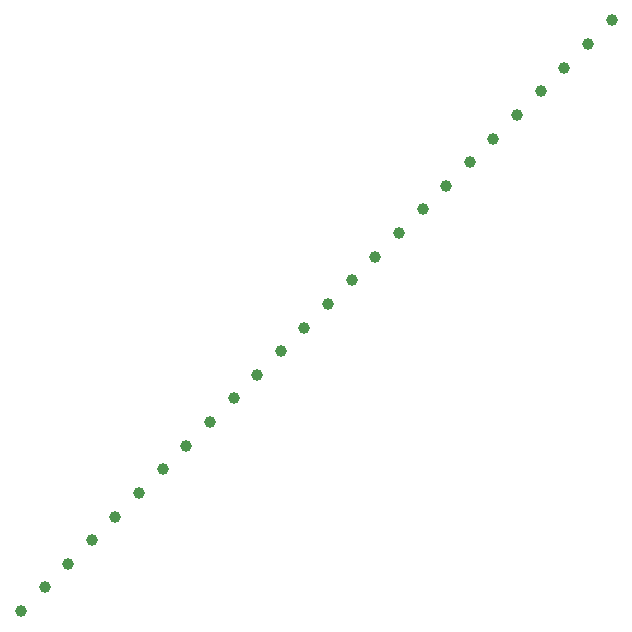
<source format=gbr>
G04 Examples for testing time performance of Gerber parsers*
%FSLAX26Y26*%
%MOMM*%
%ADD10C,1*%
%LPD*%
D10*
X0Y0D03*
X2000000Y2000000D03*
X4000000Y4000000D03*
X6000000Y6000000D03*
X8000000Y8000000D03*
X10000000Y10000000D03*
X12000000Y12000000D03*
X14000000Y14000000D03*
X16000000Y16000000D03*
X18000000Y18000000D03*
X20000000Y20000000D03*
X22000000Y22000000D03*
X24000000Y24000000D03*
X26000000Y26000000D03*
X28000000Y28000000D03*
X30000000Y30000000D03*
X32000000Y32000000D03*
X34000000Y34000000D03*
X36000000Y36000000D03*
X38000000Y38000000D03*
X40000000Y40000000D03*
X42000000Y42000000D03*
X44000000Y44000000D03*
X46000000Y46000000D03*
X48000000Y48000000D03*
X50000000Y50000000D03*
M02*

</source>
